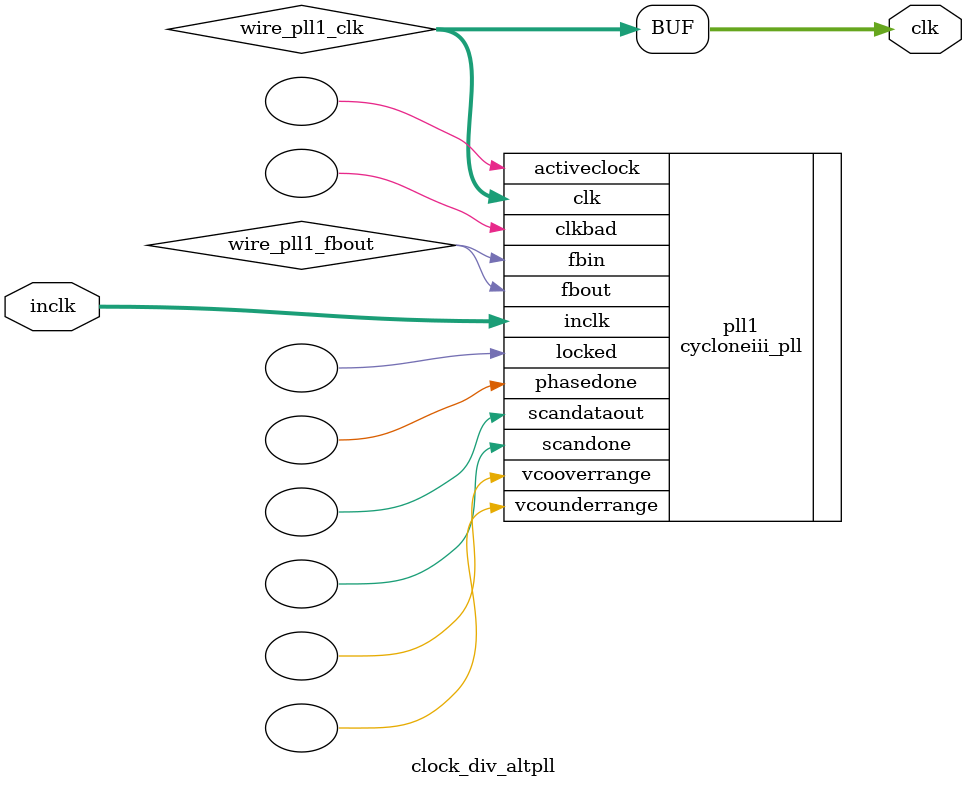
<source format=v>






//synthesis_resources = cycloneiii_pll 1 
//synopsys translate_off
`timescale 1 ps / 1 ps
//synopsys translate_on
module  clock_div_altpll
	( 
	clk,
	inclk) /* synthesis synthesis_clearbox=1 */;
	output   [4:0]  clk;
	input   [1:0]  inclk;
`ifndef ALTERA_RESERVED_QIS
// synopsys translate_off
`endif
	tri0   [1:0]  inclk;
`ifndef ALTERA_RESERVED_QIS
// synopsys translate_on
`endif

	wire  [4:0]   wire_pll1_clk;
	wire  wire_pll1_fbout;

	cycloneiii_pll   pll1
	( 
	.activeclock(),
	.clk(wire_pll1_clk),
	.clkbad(),
	.fbin(wire_pll1_fbout),
	.fbout(wire_pll1_fbout),
	.inclk(inclk),
	.locked(),
	.phasedone(),
	.scandataout(),
	.scandone(),
	.vcooverrange(),
	.vcounderrange()
	`ifndef FORMAL_VERIFICATION
	// synopsys translate_off
	`endif
	,
	.areset(1'b0),
	.clkswitch(1'b0),
	.configupdate(1'b0),
	.pfdena(1'b1),
	.phasecounterselect({3{1'b0}}),
	.phasestep(1'b0),
	.phaseupdown(1'b0),
	.scanclk(1'b0),
	.scanclkena(1'b1),
	.scandata(1'b0)
	`ifndef FORMAL_VERIFICATION
	// synopsys translate_on
	`endif
	);
	defparam
		pll1.bandwidth_type = "auto",
		pll1.clk0_divide_by = 2,
		pll1.clk0_duty_cycle = 50,
		pll1.clk0_multiply_by = 1,
		pll1.clk0_phase_shift = "0",
		pll1.compensate_clock = "clk0",
		pll1.inclk0_input_frequency = 20000,
		pll1.operation_mode = "normal",
		pll1.pll_type = "auto",
		pll1.lpm_type = "cycloneiii_pll";
	assign
		clk = {wire_pll1_clk[4:0]};
endmodule //clock_div_altpll
//VALID FILE

</source>
